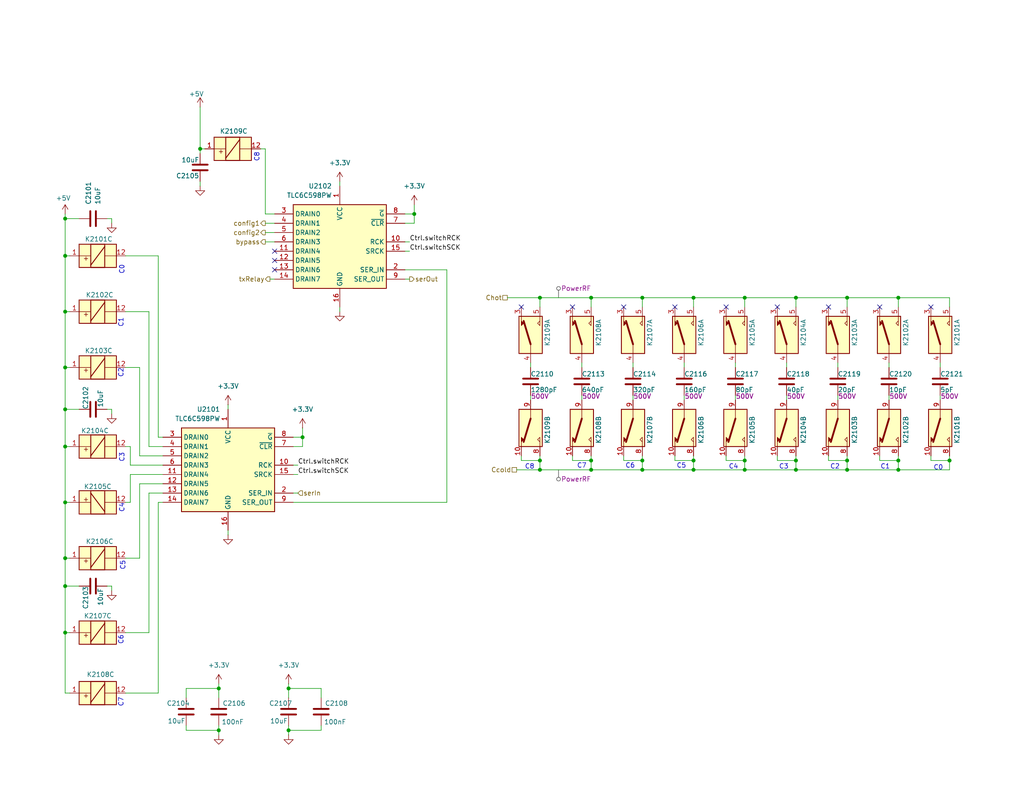
<source format=kicad_sch>
(kicad_sch (version 20250114) (generator "eeschema") (generator_version "9.0")
  (paper "USLetter")
  (title_block (company "WB7NAB") (comment 1 "Alan Mimms"))
  (lib_symbols
    (symbol "Device:C" (pin_numbers (hide yes)) (pin_names (offset 0.254))
      (property "Reference" "C" (at 0.635 2.54 0))
      (property "Value" "C" (at 0.635 -2.54 0))
      (symbol "C_0_1"
        (polyline (pts (xy -2.032 0.762) (xy 2.032 0.762)) (stroke (width 0.508)))
        (polyline (pts (xy -2.032 -0.762) (xy 2.032 -0.762)) (stroke (width 0.508)))
      )
      (symbol "C_1_1"
        (pin passive line (at 0 3.81 270) (length 2.794) (name "~") (number "1"))
        (pin passive line (at 0 -3.81 90) (length 2.794) (name "~") (number "2"))
      )
    )
    (symbol "Library:G6S-2-functional"
      (property "Reference" "K" (at 6.35 2.54 0))
      (property "Value" "G6S-2G" (at 6.35 0 0))
      (symbol "G6S-2-functional_0_1"
        (rectangle (start -3.175 5.08) (end 3.175 -5.08) (stroke (width 0.254)) (fill (type background)))
      )
      (symbol "G6S-2-functional_1_1"
        (polyline (pts (xy -2.54 5.08) (xy -2.54 2.54) (xy -1.905 3.175) (xy -2.54 3.81)) (fill (type outline)))
        (polyline (pts (xy 0 -2.54) (xy -1.905 3.81)) (stroke (width 0.508)))
        (polyline (pts (xy 0 -2.54) (xy 0 -5.08)))
        (polyline (pts (xy 2.54 5.08) (xy 2.54 2.54) (xy 1.905 3.175) (xy 2.54 3.81)))
        (pin passive line (at -2.54 7.62 270) (length 2.54) (name "~") (number "3"))
        (pin passive line (at 0 -7.62 90) (length 2.54) (name "~") (number "4"))
        (pin passive line (at 2.54 7.62 270) (length 2.54) (name "~") (number "5"))
      )
      (symbol "G6S-2-functional_2_1"
        (polyline (pts (xy -2.54 5.08) (xy -2.54 2.54) (xy -1.905 3.175) (xy -2.54 3.81)) (fill (type outline)))
        (polyline (pts (xy 0 -2.54) (xy -1.905 3.81)) (stroke (width 0.508)))
        (polyline (pts (xy 0 -2.54) (xy 0 -5.08)))
        (polyline (pts (xy 2.54 5.08) (xy 2.54 2.54) (xy 1.905 3.175) (xy 2.54 3.81)))
        (pin passive line (at -2.54 7.62 270) (length 2.54) (name "~") (number "10"))
        (pin passive line (at 0 -7.62 90) (length 2.54) (name "~") (number "9"))
        (pin passive line (at 2.54 7.62 270) (length 2.54) (name "~") (number "8"))
      )
      (symbol "G6S-2-functional_3_1"
        (rectangle (start -3.175 1.905) (end 3.175 -1.905) (stroke (width 0.254)))
        (polyline (pts (xy -2.54 -1.905) (xy 2.54 1.905)) (stroke (width 0.254)))
        (polyline (pts (xy 0 5.08) (xy 0 1.905)))
        (polyline (pts (xy 0 -5.08) (xy 0 -1.905)))
        (text "+" (at 0.762 3.302 0) (effects (font (size 1.27 1.27))))
        (pin passive line (at 0 7.62 270) (length 2.54) (name "~") (number "1"))
        (pin passive line (at 0 -7.62 90) (length 2.54) (name "~") (number "12"))
      )
    )
    (symbol "Library:TLC6C598PW"
      (property "Reference" "U" (at 1.016 -11.43 0))
      (symbol "TLC6C598PW_1_1"
        (rectangle (start -12.7 12.7) (end 12.7 -10.16) (stroke (width 0.254)) (fill (type background)))
        (pin passive line (at -17.78 10.16 0) (length 5.08) (name "~{G}") (number "8"))
        (pin passive line (at -17.78 7.62 0) (length 5.08) (name "~{CLR}") (number "7"))
        (pin passive line (at -17.78 2.54 0) (length 5.08) (name "RCK") (number "10"))
        (pin passive line (at -17.78 0 0) (length 5.08) (name "SRCK") (number "15"))
        (pin passive line (at -17.78 -5.08 0) (length 5.08) (name "SER_IN") (number "2"))
        (pin passive line (at -17.78 -7.62 0) (length 5.08) (name "SER_OUT") (number "9"))
        (pin passive line (at 0 17.78 270) (length 5.08) (name "VCC") (number "1"))
        (pin passive line (at 0 -15.24 90) (length 5.08) (name "GND") (number "16"))
        (pin passive line (at 17.78 10.16 180) (length 5.08) (name "DRAIN0") (number "3"))
        (pin passive line (at 17.78 7.62 180) (length 5.08) (name "DRAIN1") (number "4"))
        (pin passive line (at 17.78 5.08 180) (length 5.08) (name "DRAIN2") (number "5"))
        (pin passive line (at 17.78 2.54 180) (length 5.08) (name "DRAIN3") (number "6"))
        (pin passive line (at 17.78 0 180) (length 5.08) (name "DRAIN4") (number "11"))
        (pin passive line (at 17.78 -2.54 180) (length 5.08) (name "DRAIN5") (number "12"))
        (pin passive line (at 17.78 -5.08 180) (length 5.08) (name "DRAIN6") (number "13"))
        (pin passive line (at 17.78 -7.62 180) (length 5.08) (name "DRAIN7") (number "14"))
      )
    )
    (symbol "power:+5V" (power) (pin_numbers (hide yes)) (pin_names (offset 0) (hide yes))
      (property "Value" "+5V" (at 0 3.556 0))
      (symbol "+5V_0_1"
        (polyline (pts (xy -0.762 1.27) (xy 0 2.54)))
        (polyline (pts (xy 0 2.54) (xy 0.762 1.27)))
        (polyline (pts (xy 0 0) (xy 0 2.54)))
      )
      (symbol "+5V_1_1"
        (pin power_in line (at 0 0 90) (length 0) (name "~") (number "1"))
      )
    )
    (symbol "power:GND" (power) (pin_numbers (hide yes)) (pin_names (offset 0) (hide yes))
      (property "Value" "GND" (at 0 -3.81 0))
      (symbol "GND_0_1"
        (polyline (pts (xy 0 0) (xy 0 -1.27) (xy 1.27 -1.27) (xy 0 -2.54) (xy -1.27 -1.27) (xy 0 -1.27)))
      )
      (symbol "GND_1_1"
        (pin power_in line (at 0 0 270) (length 0) (name "~") (number "1"))
      )
    )
  )
  (text "C6" (at 171.958 127.254 0) (effects (font (size 1.27 1.27))))
  (text "C6" (at 33.02 174.752 90) (effects (font (size 1.27 1.27))))
  (text "C5" (at 33.528 154.432 90) (effects (font (size 1.27 1.27))))
  (text "C8" (at 70.104 42.926 90) (effects (font (size 1.27 1.27))))
  (text "C8" (at 144.526 127.508 0) (effects (font (size 1.27 1.27))))
  (text "C2" (at 227.838 127.508 0) (effects (font (size 1.27 1.27))))
  (text "C0" (at 33.274 73.66 90) (effects (font (size 1.27 1.27))))
  (text "C1" (at 33.02 88.138 90) (effects (font (size 1.27 1.27))))
  (text "C2" (at 33.02 101.854 90) (effects (font (size 1.27 1.27))))
  (text "C7" (at 158.75 127.254 0) (effects (font (size 1.27 1.27))))
  (text "C3" (at 213.868 127.508 0) (effects (font (size 1.27 1.27))))
  (text "C5" (at 185.928 127.254 0) (effects (font (size 1.27 1.27))))
  (text "C7" (at 33.02 191.77 90) (effects (font (size 1.27 1.27))))
  (text "C3" (at 33.274 124.968 90) (effects (font (size 1.27 1.27))))
  (text "C4" (at 200.152 127.508 0) (effects (font (size 1.27 1.27))))
  (text "C0" (at 256.032 127.762 0) (effects (font (size 1.27 1.27))))
  (text "C1" (at 241.554 127.508 0) (effects (font (size 1.27 1.27))))
  (text "C4" (at 33.274 138.684 90) (effects (font (size 1.27 1.27))))
  (junction (at 231.14 125.73))
  (junction (at 147.32 128.27))
  (junction (at 54.61 40.64))
  (junction (at 59.69 199.39))
  (junction (at 189.23 128.27))
  (junction (at 17.78 85.09))
  (junction (at 189.23 81.28))
  (junction (at 78.74 187.96))
  (junction (at 17.78 59.69))
  (junction (at 147.32 125.73))
  (junction (at 78.74 199.39))
  (junction (at 231.14 128.27))
  (junction (at 217.17 125.73))
  (junction (at 147.32 81.28))
  (junction (at 17.78 172.72))
  (junction (at 161.29 128.27))
  (junction (at 161.29 81.28))
  (junction (at 17.78 100.33))
  (junction (at 217.17 128.27))
  (junction (at 82.55 119.38))
  (junction (at 231.14 81.28))
  (junction (at 203.2 125.73))
  (junction (at 259.08 125.73))
  (junction (at 203.2 128.27))
  (junction (at 203.2 81.28))
  (junction (at 175.26 81.28))
  (junction (at 245.11 128.27))
  (junction (at 17.78 69.85))
  (junction (at 17.78 160.02))
  (junction (at 17.78 137.16))
  (junction (at 17.78 121.92))
  (junction (at 245.11 125.73))
  (junction (at 175.26 125.73))
  (junction (at 245.11 81.28))
  (junction (at 17.78 152.4))
  (junction (at 189.23 125.73))
  (junction (at 217.17 81.28))
  (junction (at 161.29 125.73))
  (junction (at 175.26 128.27))
  (junction (at 59.69 187.96))
  (junction (at 113.03 58.42))
  (junction (at 17.78 111.76))
  (no_connect (at 74.93 71.12))
  (no_connect (at 170.18 83.82))
  (no_connect (at 74.93 73.66))
  (no_connect (at 212.09 83.82))
  (no_connect (at 254 83.82))
  (no_connect (at 142.24 83.82))
  (no_connect (at 240.03 83.82))
  (no_connect (at 74.93 68.58))
  (no_connect (at 156.21 83.82))
  (no_connect (at 226.06 83.82))
  (no_connect (at 184.15 83.82))
  (no_connect (at 198.12 83.82))
  (wire (pts (xy 203.2 81.28) (xy 217.17 81.28)))
  (wire (pts (xy 113.03 58.42) (xy 113.03 60.96)))
  (wire (pts (xy 74.93 60.96) (xy 72.39 60.96)))
  (wire (pts (xy 226.06 124.46) (xy 226.06 125.73)))
  (wire (pts (xy 142.24 125.73) (xy 147.32 125.73)))
  (wire (pts (xy 186.69 107.95) (xy 186.69 109.22)))
  (wire (pts (xy 17.78 58.42) (xy 17.78 59.69)))
  (wire (pts (xy 72.39 58.42) (xy 74.93 58.42)))
  (wire (pts (xy 78.74 187.96) (xy 78.74 190.5)))
  (wire (pts (xy 38.1 124.46) (xy 44.45 124.46)))
  (wire (pts (xy 161.29 81.28) (xy 175.26 81.28)))
  (wire (pts (xy 38.1 100.33) (xy 34.29 100.33)))
  (wire (pts (xy 231.14 124.46) (xy 231.14 125.73)))
  (wire (pts (xy 242.57 99.06) (xy 242.57 100.33)))
  (wire (pts (xy 110.49 76.2) (xy 111.76 76.2)))
  (wire (pts (xy 17.78 152.4) (xy 17.78 160.02)))
  (wire (pts (xy 21.59 59.69) (xy 17.78 59.69)))
  (wire (pts (xy 82.55 116.84) (xy 82.55 119.38)))
  (wire (pts (xy 38.1 100.33) (xy 38.1 124.46)))
  (wire (pts (xy 189.23 81.28) (xy 203.2 81.28)))
  (wire (pts (xy 17.78 160.02) (xy 17.78 172.72)))
  (wire (pts (xy 240.03 124.46) (xy 240.03 125.73)))
  (wire (pts (xy 259.08 124.46) (xy 259.08 125.73)))
  (wire (pts (xy 17.78 152.4) (xy 17.78 137.16)))
  (wire (pts (xy 72.39 66.04) (xy 74.93 66.04)))
  (wire (pts (xy 17.78 121.92) (xy 19.05 121.92)))
  (wire (pts (xy 30.48 59.69) (xy 30.48 60.96)))
  (wire (pts (xy 203.2 128.27) (xy 217.17 128.27)))
  (wire (pts (xy 113.03 55.88) (xy 113.03 58.42)))
  (wire (pts (xy 256.54 99.06) (xy 256.54 100.33)))
  (wire (pts (xy 43.18 189.23) (xy 43.18 137.16)))
  (wire (pts (xy 113.03 58.42) (xy 110.49 58.42)))
  (wire (pts (xy 242.57 107.95) (xy 242.57 109.22)))
  (wire (pts (xy 62.23 110.49) (xy 62.23 111.76)))
  (wire (pts (xy 161.29 81.28) (xy 161.29 83.82)))
  (wire (pts (xy 217.17 128.27) (xy 231.14 128.27)))
  (wire (pts (xy 161.29 124.46) (xy 161.29 125.73)))
  (wire (pts (xy 50.8 187.96) (xy 59.69 187.96)))
  (wire (pts (xy 35.56 121.92) (xy 34.29 121.92)))
  (wire (pts (xy 200.66 99.06) (xy 200.66 100.33)))
  (wire (pts (xy 172.72 99.06) (xy 172.72 100.33)))
  (wire (pts (xy 92.71 49.53) (xy 92.71 50.8)))
  (wire (pts (xy 212.09 124.46) (xy 212.09 125.73)))
  (wire (pts (xy 172.72 107.95) (xy 172.72 109.22)))
  (wire (pts (xy 35.56 137.16) (xy 35.56 129.54)))
  (wire (pts (xy 29.21 160.02) (xy 30.48 160.02)))
  (wire (pts (xy 72.39 63.5) (xy 74.93 63.5)))
  (wire (pts (xy 217.17 124.46) (xy 217.17 125.73)))
  (wire (pts (xy 217.17 81.28) (xy 217.17 83.82)))
  (wire (pts (xy 189.23 81.28) (xy 189.23 83.82)))
  (wire (pts (xy 161.29 125.73) (xy 161.29 128.27)))
  (wire (pts (xy 186.69 99.06) (xy 186.69 100.33)))
  (wire (pts (xy 254 125.73) (xy 259.08 125.73)))
  (wire (pts (xy 17.78 121.92) (xy 17.78 111.76)))
  (wire (pts (xy 40.64 85.09) (xy 34.29 85.09)))
  (wire (pts (xy 147.32 81.28) (xy 161.29 81.28)))
  (wire (pts (xy 59.69 187.96) (xy 59.69 190.5)))
  (wire (pts (xy 214.63 99.06) (xy 214.63 100.33)))
  (wire (pts (xy 175.26 81.28) (xy 189.23 81.28)))
  (wire (pts (xy 231.14 125.73) (xy 231.14 128.27)))
  (wire (pts (xy 19.05 152.4) (xy 17.78 152.4)))
  (wire (pts (xy 259.08 81.28) (xy 259.08 83.82)))
  (wire (pts (xy 50.8 198.12) (xy 50.8 199.39)))
  (wire (pts (xy 17.78 59.69) (xy 17.78 69.85)))
  (wire (pts (xy 158.75 99.06) (xy 158.75 100.33)))
  (wire (pts (xy 35.56 121.92) (xy 35.56 127)))
  (wire (pts (xy 82.55 119.38) (xy 82.55 121.92)))
  (wire (pts (xy 35.56 129.54) (xy 44.45 129.54)))
  (wire (pts (xy 54.61 49.53) (xy 54.61 50.8)))
  (wire (pts (xy 189.23 128.27) (xy 203.2 128.27)))
  (wire (pts (xy 17.78 111.76) (xy 21.59 111.76)))
  (wire (pts (xy 245.11 124.46) (xy 245.11 125.73)))
  (wire (pts (xy 142.24 124.46) (xy 142.24 125.73)))
  (wire (pts (xy 81.28 129.54) (xy 80.01 129.54)))
  (wire (pts (xy 110.49 73.66) (xy 121.92 73.66)))
  (wire (pts (xy 62.23 144.78) (xy 62.23 146.05)))
  (wire (pts (xy 19.05 189.23) (xy 17.78 189.23)))
  (wire (pts (xy 78.74 187.96) (xy 87.63 187.96)))
  (wire (pts (xy 259.08 125.73) (xy 259.08 128.27)))
  (wire (pts (xy 111.76 66.04) (xy 110.49 66.04)))
  (wire (pts (xy 17.78 111.76) (xy 17.78 100.33)))
  (wire (pts (xy 17.78 172.72) (xy 19.05 172.72)))
  (wire (pts (xy 245.11 125.73) (xy 245.11 128.27)))
  (wire (pts (xy 78.74 186.69) (xy 78.74 187.96)))
  (wire (pts (xy 35.56 127) (xy 44.45 127)))
  (wire (pts (xy 72.39 40.64) (xy 72.39 58.42)))
  (wire (pts (xy 198.12 124.46) (xy 198.12 125.73)))
  (wire (pts (xy 80.01 134.62) (xy 81.28 134.62)))
  (wire (pts (xy 144.78 107.95) (xy 144.78 109.22)))
  (wire (pts (xy 226.06 125.73) (xy 231.14 125.73)))
  (wire (pts (xy 92.71 83.82) (xy 92.71 85.09)))
  (wire (pts (xy 231.14 81.28) (xy 245.11 81.28)))
  (wire (pts (xy 78.74 199.39) (xy 78.74 200.66)))
  (wire (pts (xy 38.1 132.08) (xy 44.45 132.08)))
  (wire (pts (xy 161.29 128.27) (xy 175.26 128.27)))
  (wire (pts (xy 200.66 107.95) (xy 200.66 109.22)))
  (wire (pts (xy 40.64 85.09) (xy 40.64 121.92)))
  (wire (pts (xy 170.18 124.46) (xy 170.18 125.73)))
  (wire (pts (xy 80.01 137.16) (xy 121.92 137.16)))
  (wire (pts (xy 50.8 199.39) (xy 59.69 199.39)))
  (wire (pts (xy 113.03 60.96) (xy 110.49 60.96)))
  (wire (pts (xy 17.78 100.33) (xy 17.78 85.09)))
  (wire (pts (xy 228.6 99.06) (xy 228.6 100.33)))
  (wire (pts (xy 203.2 124.46) (xy 203.2 125.73)))
  (wire (pts (xy 198.12 125.73) (xy 203.2 125.73)))
  (wire (pts (xy 54.61 29.21) (xy 54.61 40.64)))
  (wire (pts (xy 82.55 119.38) (xy 80.01 119.38)))
  (wire (pts (xy 17.78 137.16) (xy 19.05 137.16)))
  (wire (pts (xy 87.63 187.96) (xy 87.63 190.5)))
  (wire (pts (xy 203.2 125.73) (xy 203.2 128.27)))
  (wire (pts (xy 38.1 152.4) (xy 34.29 152.4)))
  (wire (pts (xy 81.28 127) (xy 80.01 127)))
  (wire (pts (xy 29.21 59.69) (xy 30.48 59.69)))
  (wire (pts (xy 59.69 198.12) (xy 59.69 199.39)))
  (wire (pts (xy 231.14 128.27) (xy 245.11 128.27)))
  (wire (pts (xy 240.03 125.73) (xy 245.11 125.73)))
  (wire (pts (xy 228.6 107.95) (xy 228.6 109.22)))
  (wire (pts (xy 38.1 152.4) (xy 38.1 132.08)))
  (wire (pts (xy 40.64 134.62) (xy 40.64 172.72)))
  (wire (pts (xy 40.64 172.72) (xy 34.29 172.72)))
  (wire (pts (xy 217.17 125.73) (xy 217.17 128.27)))
  (wire (pts (xy 189.23 125.73) (xy 189.23 128.27)))
  (wire (pts (xy 43.18 137.16) (xy 44.45 137.16)))
  (wire (pts (xy 17.78 121.92) (xy 17.78 137.16)))
  (wire (pts (xy 43.18 69.85) (xy 34.29 69.85)))
  (wire (pts (xy 30.48 160.02) (xy 30.48 161.29)))
  (wire (pts (xy 156.21 125.73) (xy 161.29 125.73)))
  (wire (pts (xy 72.39 40.64) (xy 71.12 40.64)))
  (wire (pts (xy 40.64 121.92) (xy 44.45 121.92)))
  (wire (pts (xy 214.63 107.95) (xy 214.63 109.22)))
  (wire (pts (xy 50.8 187.96) (xy 50.8 190.5)))
  (wire (pts (xy 54.61 40.64) (xy 54.61 41.91)))
  (wire (pts (xy 175.26 124.46) (xy 175.26 125.73)))
  (wire (pts (xy 203.2 81.28) (xy 203.2 83.82)))
  (wire (pts (xy 147.32 128.27) (xy 161.29 128.27)))
  (wire (pts (xy 17.78 85.09) (xy 19.05 85.09)))
  (wire (pts (xy 184.15 125.73) (xy 189.23 125.73)))
  (wire (pts (xy 59.69 199.39) (xy 59.69 200.66)))
  (wire (pts (xy 82.55 121.92) (xy 80.01 121.92)))
  (wire (pts (xy 17.78 85.09) (xy 17.78 69.85)))
  (wire (pts (xy 140.97 128.27) (xy 147.32 128.27)))
  (wire (pts (xy 184.15 124.46) (xy 184.15 125.73)))
  (wire (pts (xy 147.32 125.73) (xy 147.32 128.27)))
  (wire (pts (xy 245.11 128.27) (xy 259.08 128.27)))
  (wire (pts (xy 87.63 198.12) (xy 87.63 199.39)))
  (wire (pts (xy 17.78 160.02) (xy 21.59 160.02)))
  (wire (pts (xy 156.21 124.46) (xy 156.21 125.73)))
  (wire (pts (xy 17.78 172.72) (xy 17.78 189.23)))
  (wire (pts (xy 43.18 189.23) (xy 34.29 189.23)))
  (wire (pts (xy 175.26 128.27) (xy 189.23 128.27)))
  (wire (pts (xy 29.21 111.76) (xy 30.48 111.76)))
  (wire (pts (xy 189.23 124.46) (xy 189.23 125.73)))
  (wire (pts (xy 245.11 81.28) (xy 245.11 83.82)))
  (wire (pts (xy 147.32 81.28) (xy 147.32 83.82)))
  (wire (pts (xy 35.56 137.16) (xy 34.29 137.16)))
  (wire (pts (xy 43.18 119.38) (xy 44.45 119.38)))
  (wire (pts (xy 30.48 111.76) (xy 30.48 113.03)))
  (wire (pts (xy 231.14 81.28) (xy 231.14 83.82)))
  (wire (pts (xy 175.26 125.73) (xy 175.26 128.27)))
  (wire (pts (xy 144.78 99.06) (xy 144.78 100.33)))
  (wire (pts (xy 78.74 198.12) (xy 78.74 199.39)))
  (wire (pts (xy 43.18 69.85) (xy 43.18 119.38)))
  (wire (pts (xy 147.32 124.46) (xy 147.32 125.73)))
  (wire (pts (xy 111.76 68.58) (xy 110.49 68.58)))
  (wire (pts (xy 78.74 199.39) (xy 87.63 199.39)))
  (wire (pts (xy 212.09 125.73) (xy 217.17 125.73)))
  (wire (pts (xy 175.26 81.28) (xy 175.26 83.82)))
  (wire (pts (xy 138.43 81.28) (xy 147.32 81.28)))
  (wire (pts (xy 254 124.46) (xy 254 125.73)))
  (wire (pts (xy 158.75 107.95) (xy 158.75 109.22)))
  (wire (pts (xy 73.66 76.2) (xy 74.93 76.2)))
  (wire (pts (xy 54.61 40.64) (xy 55.88 40.64)))
  (wire (pts (xy 256.54 107.95) (xy 256.54 109.22)))
  (wire (pts (xy 44.45 134.62) (xy 40.64 134.62)))
  (wire (pts (xy 121.92 137.16) (xy 121.92 73.66)))
  (wire (pts (xy 17.78 69.85) (xy 19.05 69.85)))
  (wire (pts (xy 245.11 81.28) (xy 259.08 81.28)))
  (wire (pts (xy 217.17 81.28) (xy 231.14 81.28)))
  (wire (pts (xy 59.69 186.69) (xy 59.69 187.96)))
  (wire (pts (xy 170.18 125.73) (xy 175.26 125.73)))
  (wire (pts (xy 17.78 100.33) (xy 19.05 100.33)))
  (label "Ctrl.switchSCK" (at 111.76 68.58 0))
  (label "Ctrl.switchSCK" (at 81.28 129.54 0))
  (label "Ctrl.switchRCK" (at 111.76 66.04 0))
  (label "Ctrl.switchRCK" (at 81.28 127 0))
  (hierarchical_label "bypass" (shape output) (at 72.39 66.04 180))
  (hierarchical_label "Ccold" (shape passive) (at 140.97 128.27 180))
  (hierarchical_label "txRelay" (shape output) (at 73.66 76.2 180))
  (hierarchical_label "serOut" (shape output) (at 111.76 76.2 0))
  (hierarchical_label "serIn" (shape input) (at 81.28 134.62 0))
  (hierarchical_label "Chot" (shape passive) (at 138.43 81.28 180))
  (hierarchical_label "config2" (shape output) (at 72.39 63.5 180))
  (hierarchical_label "config1" (shape output) (at 72.39 60.96 180))
  (netclass_flag "" (length 2.54) (shape round) (at 152.4 128.27 180) (property "Netclass" "PowerRF" (at 153.0985 130.81 0) (effects (justify left))))
  (netclass_flag "" (length 2.54) (shape round) (at 152.4 81.28 0) (property "Netclass" "PowerRF" (at 153.0985 78.74 0) (effects (justify left))))
  (symbol (lib_id "power:GND") (at 30.48 60.96 0) (mirror y) (unit 1)
    (property "Reference" "#PWR02102" (effects (hide yes)))
    (property "Value" "GND" (effects (hide yes)))
    (property "Description" "Power symbol creates a global label with name \"GND\" , ground" (effects (hide yes)))
  )
  (symbol (lib_id "Device:C") (at 144.78 104.14 0) (unit 1)
    (property "Reference" "C2110" (at 144.78 102.108 0) (effects (justify left)))
    (property "Value" "1280pF" (at 144.78 106.426 0) (effects (justify left)))
    (property "Footprint" "Capacitor_SMD:C_1206_3216Metric" (effects (hide yes)))
    (property "Description" "Unpolarized capacitor" (effects (hide yes)))
    (property "working-voltage" "500V" (at 147.32 108.204 0))
  )
  (symbol (lib_id "Device:C") (at 25.4 111.76 90) (mirror x) (unit 1)
    (property "Reference" "C2102" (at 23.368 111.76 0) (effects (justify right)))
    (property "Value" "10uF" (at 27.432 111.252 0) (effects (justify right)))
    (property "Footprint" "Capacitor_SMD:C_0805_2012Metric" (effects (hide yes)))
    (property "Description" "Unpolarized capacitor" (effects (hide yes)))
  )
  (symbol (lib_id "power:GND") (at 78.74 200.66 0) (unit 1)
    (property "Reference" "#PWR02114" (effects (hide yes)))
    (property "Value" "GND" (effects (hide yes)))
    (property "Description" "Power symbol creates a global label with name \"GND\" , ground" (effects (hide yes)))
  )
  (symbol (lib_id "power:GND") (at 59.69 200.66 0) (unit 1)
    (property "Reference" "#PWR02110" (effects (hide yes)))
    (property "Value" "GND" (effects (hide yes)))
    (property "Description" "Power symbol creates a global label with name \"GND\" , ground" (effects (hide yes)))
  )
  (symbol (lib_id "Device:C") (at 228.6 104.14 0) (unit 1)
    (property "Reference" "C2119" (at 228.6 102.108 0) (effects (justify left)))
    (property "Value" "20pF" (at 228.6 106.426 0) (effects (justify left)))
    (property "Footprint" "Capacitor_SMD:C_1206_3216Metric" (effects (hide yes)))
    (property "Description" "Unpolarized capacitor" (effects (hide yes)))
    (property "working-voltage" "500V" (at 231.14 108.204 0))
  )
  (symbol (lib_id "Device:C") (at 87.63 194.31 180) (unit 1)
    (property "Reference" "C2108" (at 88.646 192.024 0) (effects (justify right)))
    (property "Value" "100nF" (at 88.392 197.104 0) (effects (justify right)))
    (property "Footprint" "Capacitor_SMD:C_0805_2012Metric" (effects (hide yes)))
    (property "Description" "Unpolarized capacitor" (effects (hide yes)))
  )
  (symbol (lib_id "Device:C") (at 186.69 104.14 0) (unit 1)
    (property "Reference" "C2116" (at 186.69 102.108 0) (effects (justify left)))
    (property "Value" "160pF" (at 186.69 106.426 0) (effects (justify left)))
    (property "Footprint" "Capacitor_SMD:C_1206_3216Metric" (effects (hide yes)))
    (property "Description" "Unpolarized capacitor" (effects (hide yes)))
    (property "working-voltage" "500V" (at 189.23 108.204 0))
  )
  (symbol (lib_id "Device:C") (at 172.72 104.14 0) (unit 1)
    (property "Reference" "C2114" (at 172.72 102.108 0) (effects (justify left)))
    (property "Value" "320pF" (at 172.72 106.426 0) (effects (justify left)))
    (property "Footprint" "Capacitor_SMD:C_1206_3216Metric" (effects (hide yes)))
    (property "Description" "Unpolarized capacitor" (effects (hide yes)))
    (property "working-voltage" "500V" (at 175.26 108.204 0))
  )
  (symbol (lib_id "Library:G6S-2-functional") (at 26.67 85.09 90) (mirror x) (unit 3)
    (property "Reference" "K2102" (at 30.988 80.518 90) (effects (justify left)))
    (property "Value" "G6S-2G" (effects (hide yes)))
    (property "Footprint" "Relay_SMD:Relay_DPDT_Omron_G6S-2G" (effects (hide yes)))
    (property "Datasheet" "http://omronfs.omron.com/en_US/ecb/products/pdf/en-g6s.pdf" (effects (hide yes)))
    (property "Description" "Compact, Industry-Standard 2-pole relay, designed to switch 2A Signal Loads, Single-side Stable" (effects (hide yes)))
  )
  (symbol (lib_id "Device:C") (at 59.69 194.31 180) (unit 1)
    (property "Reference" "C2106" (at 60.706 192.024 0) (effects (justify right)))
    (property "Value" "100nF" (at 60.452 197.104 0) (effects (justify right)))
    (property "Footprint" "Capacitor_SMD:C_0805_2012Metric" (effects (hide yes)))
    (property "Description" "Unpolarized capacitor" (effects (hide yes)))
  )
  (symbol (lib_id "Device:C") (at 256.54 104.14 0) (unit 1)
    (property "Reference" "C2121" (at 256.54 102.108 0) (effects (justify left)))
    (property "Value" "5pF" (at 256.54 106.426 0) (effects (justify left)))
    (property "Footprint" "Capacitor_SMD:C_1206_3216Metric" (effects (hide yes)))
    (property "Description" "Unpolarized capacitor" (effects (hide yes)))
    (property "working-voltage" "500V" (at 259.08 108.204 0))
  )
  (symbol (lib_id "power:+5V") (at 92.71 49.53 0) (mirror y) (unit 1)
    (property "Reference" "#PWR02119" (effects (hide yes)))
    (property "Value" "+3.3V" (at 92.71 44.45 0))
    (property "Description" "Power symbol creates a global label with name \"+3.3V\"" (effects (hide yes)))
  )
  (symbol (lib_id "Library:G6S-2-functional") (at 172.72 91.44 0) (unit 1)
    (property "Reference" "K2107" (at 177.292 87.122 90) (effects (justify right)))
    (property "Value" "G6S-2G" (effects (hide yes)))
    (property "Footprint" "Relay_SMD:Relay_DPDT_Omron_G6S-2G" (effects (hide yes)))
    (property "Datasheet" "http://omronfs.omron.com/en_US/ecb/products/pdf/en-g6s.pdf" (effects (hide yes)))
    (property "Description" "Compact, Industry-Standard 2-pole relay, designed to switch 2A Signal Loads, Single-side Stable" (effects (hide yes)))
  )
  (symbol (lib_id "power:GND") (at 54.61 50.8 0) (mirror y) (unit 1)
    (property "Reference" "#PWR02107" (effects (hide yes)))
    (property "Value" "GND" (effects (hide yes)))
    (property "Description" "Power symbol creates a global label with name \"GND\" , ground" (effects (hide yes)))
  )
  (symbol (lib_id "Device:C") (at 200.66 104.14 0) (unit 1)
    (property "Reference" "C2117" (at 200.66 102.108 0) (effects (justify left)))
    (property "Value" "80pF" (at 200.66 106.426 0) (effects (justify left)))
    (property "Footprint" "Capacitor_SMD:C_1206_3216Metric" (effects (hide yes)))
    (property "Description" "Unpolarized capacitor" (effects (hide yes)))
    (property "working-voltage" "500V" (at 203.2 108.204 0))
  )
  (symbol (lib_id "Library:G6S-2-functional") (at 144.78 116.84 0) (mirror x) (unit 2)
    (property "Reference" "K2109" (at 149.352 121.158 90) (effects (justify right)))
    (property "Value" "G6S-2G" (effects (hide yes)))
    (property "Footprint" "Relay_SMD:Relay_DPDT_Omron_G6S-2G" (effects (hide yes)))
    (property "Datasheet" "http://omronfs.omron.com/en_US/ecb/products/pdf/en-g6s.pdf" (effects (hide yes)))
    (property "Description" "Compact, Industry-Standard 2-pole relay, designed to switch 2A Signal Loads, Single-side Stable" (effects (hide yes)))
  )
  (symbol (lib_id "Library:G6S-2-functional") (at 200.66 91.44 0) (unit 1)
    (property "Reference" "K2105" (at 205.232 87.122 90) (effects (justify right)))
    (property "Value" "G6S-2G" (effects (hide yes)))
    (property "Footprint" "Relay_SMD:Relay_DPDT_Omron_G6S-2G" (effects (hide yes)))
    (property "Datasheet" "http://omronfs.omron.com/en_US/ecb/products/pdf/en-g6s.pdf" (effects (hide yes)))
    (property "Description" "Compact, Industry-Standard 2-pole relay, designed to switch 2A Signal Loads, Single-side Stable" (effects (hide yes)))
  )
  (symbol (lib_id "power:+5V") (at 82.55 116.84 0) (mirror y) (unit 1)
    (property "Reference" "#PWR02116" (effects (hide yes)))
    (property "Value" "+3.3V" (at 82.55 111.76 0))
    (property "Description" "Power symbol creates a global label with name \"+3.3V\"" (effects (hide yes)))
  )
  (symbol (lib_id "Library:G6S-2-functional") (at 228.6 116.84 0) (mirror x) (unit 2)
    (property "Reference" "K2103" (at 233.172 121.158 90) (effects (justify right)))
    (property "Value" "G6S-2G" (effects (hide yes)))
    (property "Footprint" "Relay_SMD:Relay_DPDT_Omron_G6S-2G" (effects (hide yes)))
    (property "Datasheet" "http://omronfs.omron.com/en_US/ecb/products/pdf/en-g6s.pdf" (effects (hide yes)))
    (property "Description" "Compact, Industry-Standard 2-pole relay, designed to switch 2A Signal Loads, Single-side Stable" (effects (hide yes)))
  )
  (symbol (lib_id "Library:G6S-2-functional") (at 26.67 189.23 90) (mirror x) (unit 3)
    (property "Reference" "K2108" (at 31.242 184.15 90) (effects (justify left)))
    (property "Value" "G6S-2G" (effects (hide yes)))
    (property "Footprint" "Relay_SMD:Relay_DPDT_Omron_G6S-2G" (effects (hide yes)))
    (property "Datasheet" "http://omronfs.omron.com/en_US/ecb/products/pdf/en-g6s.pdf" (effects (hide yes)))
    (property "Description" "Compact, Industry-Standard 2-pole relay, designed to switch 2A Signal Loads, Single-side Stable" (effects (hide yes)))
  )
  (symbol (lib_id "power:GND") (at 92.71 85.09 0) (mirror y) (unit 1)
    (property "Reference" "#PWR02120" (effects (hide yes)))
    (property "Value" "GND" (effects (hide yes)))
    (property "Description" "Power symbol creates a global label with name \"GND\" , ground" (effects (hide yes)))
  )
  (symbol (lib_id "Library:G6S-2-functional") (at 26.67 69.85 90) (mirror x) (unit 3)
    (property "Reference" "K2101" (at 30.734 65.278 90) (effects (justify left)))
    (property "Value" "G6S-2G" (effects (hide yes)))
    (property "Footprint" "Relay_SMD:Relay_DPDT_Omron_G6S-2G" (effects (hide yes)))
    (property "Datasheet" "http://omronfs.omron.com/en_US/ecb/products/pdf/en-g6s.pdf" (effects (hide yes)))
    (property "Description" "Compact, Industry-Standard 2-pole relay, designed to switch 2A Signal Loads, Single-side Stable" (effects (hide yes)))
  )
  (symbol (lib_id "Library:G6S-2-functional") (at 228.6 91.44 0) (unit 1)
    (property "Reference" "K2103" (at 233.172 87.122 90) (effects (justify right)))
    (property "Value" "G6S-2G" (effects (hide yes)))
    (property "Footprint" "Relay_SMD:Relay_DPDT_Omron_G6S-2G" (effects (hide yes)))
    (property "Datasheet" "http://omronfs.omron.com/en_US/ecb/products/pdf/en-g6s.pdf" (effects (hide yes)))
    (property "Description" "Compact, Industry-Standard 2-pole relay, designed to switch 2A Signal Loads, Single-side Stable" (effects (hide yes)))
  )
  (symbol (lib_id "Device:C") (at 158.75 104.14 0) (unit 1)
    (property "Reference" "C2113" (at 158.75 102.108 0) (effects (justify left)))
    (property "Value" "640pF" (at 158.75 106.426 0) (effects (justify left)))
    (property "Footprint" "Capacitor_SMD:C_1206_3216Metric" (effects (hide yes)))
    (property "Description" "Unpolarized capacitor" (effects (hide yes)))
    (property "working-voltage" "500V" (at 161.29 108.204 0))
  )
  (symbol (lib_id "power:GND") (at 30.48 161.29 0) (unit 1)
    (property "Reference" "#PWR02105" (effects (hide yes)))
    (property "Value" "GND" (effects (hide yes)))
    (property "Description" "Power symbol creates a global label with name \"GND\" , ground" (effects (hide yes)))
  )
  (symbol (lib_id "Library:G6S-2-functional") (at 144.78 91.44 0) (unit 1)
    (property "Reference" "K2109" (at 149.352 87.122 90) (effects (justify right)))
    (property "Value" "G6S-2G" (effects (hide yes)))
    (property "Footprint" "Relay_SMD:Relay_DPDT_Omron_G6S-2G" (effects (hide yes)))
    (property "Datasheet" "http://omronfs.omron.com/en_US/ecb/products/pdf/en-g6s.pdf" (effects (hide yes)))
    (property "Description" "Compact, Industry-Standard 2-pole relay, designed to switch 2A Signal Loads, Single-side Stable" (effects (hide yes)))
  )
  (symbol (lib_id "Library:G6S-2-functional") (at 256.54 116.84 0) (mirror x) (unit 2)
    (property "Reference" "K2101" (at 261.112 121.158 90) (effects (justify right)))
    (property "Value" "G6S-2G" (effects (hide yes)))
    (property "Footprint" "Relay_SMD:Relay_DPDT_Omron_G6S-2G" (effects (hide yes)))
    (property "Datasheet" "http://omronfs.omron.com/en_US/ecb/products/pdf/en-g6s.pdf" (effects (hide yes)))
    (property "Description" "Compact, Industry-Standard 2-pole relay, designed to switch 2A Signal Loads, Single-side Stable" (effects (hide yes)))
  )
  (symbol (lib_id "Library:G6S-2-functional") (at 242.57 116.84 0) (mirror x) (unit 2)
    (property "Reference" "K2102" (at 247.142 121.158 90) (effects (justify right)))
    (property "Value" "G6S-2G" (effects (hide yes)))
    (property "Footprint" "Relay_SMD:Relay_DPDT_Omron_G6S-2G" (effects (hide yes)))
    (property "Datasheet" "http://omronfs.omron.com/en_US/ecb/products/pdf/en-g6s.pdf" (effects (hide yes)))
    (property "Description" "Compact, Industry-Standard 2-pole relay, designed to switch 2A Signal Loads, Single-side Stable" (effects (hide yes)))
  )
  (symbol (lib_id "Library:G6S-2-functional") (at 242.57 91.44 0) (unit 1)
    (property "Reference" "K2102" (at 247.142 87.122 90) (effects (justify right)))
    (property "Value" "G6S-2G" (effects (hide yes)))
    (property "Footprint" "Relay_SMD:Relay_DPDT_Omron_G6S-2G" (effects (hide yes)))
    (property "Datasheet" "http://omronfs.omron.com/en_US/ecb/products/pdf/en-g6s.pdf" (effects (hide yes)))
    (property "Description" "Compact, Industry-Standard 2-pole relay, designed to switch 2A Signal Loads, Single-side Stable" (effects (hide yes)))
  )
  (symbol (lib_id "Library:G6S-2-functional") (at 26.67 172.72 90) (mirror x) (unit 3)
    (property "Reference" "K2107" (at 30.48 168.148 90) (effects (justify left)))
    (property "Value" "G6S-2G" (effects (hide yes)))
    (property "Footprint" "Relay_SMD:Relay_DPDT_Omron_G6S-2G" (effects (hide yes)))
    (property "Datasheet" "http://omronfs.omron.com/en_US/ecb/products/pdf/en-g6s.pdf" (effects (hide yes)))
    (property "Description" "Compact, Industry-Standard 2-pole relay, designed to switch 2A Signal Loads, Single-side Stable" (effects (hide yes)))
  )
  (symbol (lib_id "power:+5V") (at 54.61 29.21 0) (mirror y) (unit 1)
    (property "Reference" "#PWR02106" (effects (hide yes)))
    (property "Value" "+5V" (at 55.626 25.654 0) (effects (justify left)))
    (property "Description" "Power symbol creates a global label with name \"+5V\"" (effects (hide yes)))
  )
  (symbol (lib_id "Library:TLC6C598PW") (at 92.71 68.58 0) (mirror y) (unit 1)
    (property "Reference" "U2102" (at 90.5667 50.8 0) (effects (justify left)))
    (property "Value" "TLC6C598PW" (at 90.5667 53.34 0) (effects (justify left)))
    (property "Footprint" "Package_SO:TSSOP-16_4.4x5mm_P0.65mm" (effects (hide yes)))
    (property "Datasheet" "https://www.ti.com/lit/gpn/tlc6c598" (effects (hide yes)))
    (property "Description" "8-bit Shift Register LED driver" (effects (hide yes)))
  )
  (symbol (lib_id "Library:G6S-2-functional") (at 214.63 91.44 0) (unit 1)
    (property "Reference" "K2104" (at 219.202 87.122 90) (effects (justify right)))
    (property "Value" "G6S-2G" (effects (hide yes)))
    (property "Footprint" "Relay_SMD:Relay_DPDT_Omron_G6S-2G" (effects (hide yes)))
    (property "Datasheet" "http://omronfs.omron.com/en_US/ecb/products/pdf/en-g6s.pdf" (effects (hide yes)))
    (property "Description" "Compact, Industry-Standard 2-pole relay, designed to switch 2A Signal Loads, Single-side Stable" (effects (hide yes)))
  )
  (symbol (lib_id "power:+5V") (at 62.23 110.49 0) (mirror y) (unit 1)
    (property "Reference" "#PWR02111" (effects (hide yes)))
    (property "Value" "+3.3V" (at 62.23 105.41 0))
    (property "Description" "Power symbol creates a global label with name \"+3.3V\"" (effects (hide yes)))
  )
  (symbol (lib_id "Library:G6S-2-functional") (at 214.63 116.84 0) (mirror x) (unit 2)
    (property "Reference" "K2104" (at 219.202 121.158 90) (effects (justify right)))
    (property "Value" "G6S-2G" (effects (hide yes)))
    (property "Footprint" "Relay_SMD:Relay_DPDT_Omron_G6S-2G" (effects (hide yes)))
    (property "Datasheet" "http://omronfs.omron.com/en_US/ecb/products/pdf/en-g6s.pdf" (effects (hide yes)))
    (property "Description" "Compact, Industry-Standard 2-pole relay, designed to switch 2A Signal Loads, Single-side Stable" (effects (hide yes)))
  )
  (symbol (lib_id "Device:C") (at 78.74 194.31 180) (unit 1)
    (property "Reference" "C2107" (at 73.406 192.024 0) (effects (justify right)))
    (property "Value" "10uF" (at 73.66 196.85 0) (effects (justify right)))
    (property "Footprint" "Capacitor_SMD:C_0805_2012Metric" (effects (hide yes)))
    (property "Description" "Unpolarized capacitor" (effects (hide yes)))
  )
  (symbol (lib_id "Device:C") (at 50.8 194.31 180) (unit 1)
    (property "Reference" "C2104" (at 45.466 192.024 0) (effects (justify right)))
    (property "Value" "10uF" (at 45.72 196.85 0) (effects (justify right)))
    (property "Footprint" "Capacitor_SMD:C_0805_2012Metric" (effects (hide yes)))
    (property "Description" "Unpolarized capacitor" (effects (hide yes)))
  )
  (symbol (lib_id "Library:TLC6C598PW") (at 62.23 129.54 0) (mirror y) (unit 1)
    (property "Reference" "U2101" (at 60.0867 111.76 0) (effects (justify left)))
    (property "Value" "TLC6C598PW" (at 60.0867 114.3 0) (effects (justify left)))
    (property "Footprint" "Package_SO:TSSOP-16_4.4x5mm_P0.65mm" (effects (hide yes)))
    (property "Datasheet" "https://www.ti.com/lit/gpn/tlc6c598" (effects (hide yes)))
    (property "Description" "8-bit Shift Register LED driver" (effects (hide yes)))
  )
  (symbol (lib_id "Library:G6S-2-functional") (at 26.67 152.4 90) (mirror x) (unit 3)
    (property "Reference" "K2106" (at 30.988 147.828 90) (effects (justify left)))
    (property "Value" "G6S-2G" (effects (hide yes)))
    (property "Footprint" "Relay_SMD:Relay_DPDT_Omron_G6S-2G" (effects (hide yes)))
    (property "Datasheet" "http://omronfs.omron.com/en_US/ecb/products/pdf/en-g6s.pdf" (effects (hide yes)))
    (property "Description" "Compact, Industry-Standard 2-pole relay, designed to switch 2A Signal Loads, Single-side Stable" (effects (hide yes)))
  )
  (symbol (lib_id "Device:C") (at 54.61 45.72 0) (mirror x) (unit 1)
    (property "Reference" "C2105" (at 54.356 48.006 0) (effects (justify right)))
    (property "Value" "10uF" (at 54.356 43.688 0) (effects (justify right)))
    (property "Footprint" "Capacitor_SMD:C_0805_2012Metric" (effects (hide yes)))
    (property "Description" "Unpolarized capacitor" (effects (hide yes)))
  )
  (symbol (lib_id "Device:C") (at 25.4 160.02 90) (unit 1)
    (property "Reference" "C2103" (at 23.368 160.02 0) (effects (justify right)))
    (property "Value" "10uF" (at 27.432 160.528 0) (effects (justify right)))
    (property "Footprint" "Capacitor_SMD:C_0805_2012Metric" (effects (hide yes)))
    (property "Description" "Unpolarized capacitor" (effects (hide yes)))
  )
  (symbol (lib_id "power:GND") (at 30.48 113.03 0) (mirror y) (unit 1)
    (property "Reference" "#PWR02103" (effects (hide yes)))
    (property "Value" "GND" (effects (hide yes)))
    (property "Description" "Power symbol creates a global label with name \"GND\" , ground" (effects (hide yes)))
  )
  (symbol (lib_id "power:+5V") (at 17.78 58.42 0) (mirror y) (unit 1)
    (property "Reference" "#PWR02101" (effects (hide yes)))
    (property "Value" "+5V" (at 19.304 54.102 0) (effects (justify left)))
    (property "Description" "Power symbol creates a global label with name \"+5V\"" (effects (hide yes)))
  )
  (symbol (lib_id "Library:G6S-2-functional") (at 200.66 116.84 0) (mirror x) (unit 2)
    (property "Reference" "K2105" (at 205.232 121.158 90) (effects (justify right)))
    (property "Value" "G6S-2G" (effects (hide yes)))
    (property "Footprint" "Relay_SMD:Relay_DPDT_Omron_G6S-2G" (effects (hide yes)))
    (property "Datasheet" "http://omronfs.omron.com/en_US/ecb/products/pdf/en-g6s.pdf" (effects (hide yes)))
    (property "Description" "Compact, Industry-Standard 2-pole relay, designed to switch 2A Signal Loads, Single-side Stable" (effects (hide yes)))
  )
  (symbol (lib_id "Device:C") (at 242.57 104.14 0) (unit 1)
    (property "Reference" "C2120" (at 242.57 102.108 0) (effects (justify left)))
    (property "Value" "10pF" (at 242.57 106.426 0) (effects (justify left)))
    (property "Footprint" "Capacitor_SMD:C_1206_3216Metric" (effects (hide yes)))
    (property "Description" "Unpolarized capacitor" (effects (hide yes)))
    (property "working-voltage" "500V" (at 245.11 108.204 0))
  )
  (symbol (lib_id "power:GND") (at 62.23 146.05 0) (mirror y) (unit 1)
    (property "Reference" "#PWR02112" (effects (hide yes)))
    (property "Value" "GND" (effects (hide yes)))
    (property "Description" "Power symbol creates a global label with name \"GND\" , ground" (effects (hide yes)))
  )
  (symbol (lib_id "power:+5V") (at 113.03 55.88 0) (mirror y) (unit 1)
    (property "Reference" "#PWR02124" (effects (hide yes)))
    (property "Value" "+3.3V" (at 113.03 50.8 0))
    (property "Description" "Power symbol creates a global label with name \"+3.3V\"" (effects (hide yes)))
  )
  (symbol (lib_id "power:+5V") (at 78.74 186.69 0) (unit 1)
    (property "Reference" "#PWR02113" (effects (hide yes)))
    (property "Value" "+3.3V" (at 78.74 181.61 0))
    (property "Description" "Power symbol creates a global label with name \"+3.3V\"" (effects (hide yes)))
  )
  (symbol (lib_id "Library:G6S-2-functional") (at 158.75 116.84 0) (mirror x) (unit 2)
    (property "Reference" "K2108" (at 163.322 121.158 90) (effects (justify right)))
    (property "Value" "G6S-2G" (effects (hide yes)))
    (property "Footprint" "Relay_SMD:Relay_DPDT_Omron_G6S-2G" (effects (hide yes)))
    (property "Datasheet" "http://omronfs.omron.com/en_US/ecb/products/pdf/en-g6s.pdf" (effects (hide yes)))
    (property "Description" "Compact, Industry-Standard 2-pole relay, designed to switch 2A Signal Loads, Single-side Stable" (effects (hide yes)))
  )
  (symbol (lib_id "power:+5V") (at 59.69 186.69 0) (unit 1)
    (property "Reference" "#PWR02109" (effects (hide yes)))
    (property "Value" "+3.3V" (at 59.69 181.61 0))
    (property "Description" "Power symbol creates a global label with name \"+3.3V\"" (effects (hide yes)))
  )
  (symbol (lib_id "Device:C") (at 214.63 104.14 0) (unit 1)
    (property "Reference" "C2118" (at 214.63 102.108 0) (effects (justify left)))
    (property "Value" "40pF" (at 214.63 106.426 0) (effects (justify left)))
    (property "Footprint" "Capacitor_SMD:C_1206_3216Metric" (effects (hide yes)))
    (property "Description" "Unpolarized capacitor" (effects (hide yes)))
    (property "working-voltage" "500V" (at 217.17 108.204 0))
  )
  (symbol (lib_id "Device:C") (at 25.4 59.69 90) (mirror x) (unit 1)
    (property "Reference" "C2101" (at 24.1299 55.88 0) (effects (justify right)))
    (property "Value" "10uF" (at 26.6699 55.88 0) (effects (justify right)))
    (property "Footprint" "Capacitor_SMD:C_0805_2012Metric" (effects (hide yes)))
    (property "Description" "Unpolarized capacitor" (effects (hide yes)))
  )
  (symbol (lib_id "Library:G6S-2-functional") (at 186.69 91.44 0) (unit 1)
    (property "Reference" "K2106" (at 191.262 87.122 90) (effects (justify right)))
    (property "Value" "G6S-2G" (effects (hide yes)))
    (property "Footprint" "Relay_SMD:Relay_DPDT_Omron_G6S-2G" (effects (hide yes)))
    (property "Datasheet" "http://omronfs.omron.com/en_US/ecb/products/pdf/en-g6s.pdf" (effects (hide yes)))
    (property "Description" "Compact, Industry-Standard 2-pole relay, designed to switch 2A Signal Loads, Single-side Stable" (effects (hide yes)))
  )
  (symbol (lib_id "Library:G6S-2-functional") (at 172.72 116.84 0) (mirror x) (unit 2)
    (property "Reference" "K2107" (at 177.292 121.158 90) (effects (justify right)))
    (property "Value" "G6S-2G" (effects (hide yes)))
    (property "Footprint" "Relay_SMD:Relay_DPDT_Omron_G6S-2G" (effects (hide yes)))
    (property "Datasheet" "http://omronfs.omron.com/en_US/ecb/products/pdf/en-g6s.pdf" (effects (hide yes)))
    (property "Description" "Compact, Industry-Standard 2-pole relay, designed to switch 2A Signal Loads, Single-side Stable" (effects (hide yes)))
  )
  (symbol (lib_id "Library:G6S-2-functional") (at 26.67 121.92 90) (mirror x) (unit 3)
    (property "Reference" "K2104" (at 29.718 117.602 90) (effects (justify left)))
    (property "Value" "G6S-2G" (effects (hide yes)))
    (property "Footprint" "Relay_SMD:Relay_DPDT_Omron_G6S-2G" (effects (hide yes)))
    (property "Datasheet" "http://omronfs.omron.com/en_US/ecb/products/pdf/en-g6s.pdf" (effects (hide yes)))
    (property "Description" "Compact, Industry-Standard 2-pole relay, designed to switch 2A Signal Loads, Single-side Stable" (effects (hide yes)))
  )
  (symbol (lib_id "Library:G6S-2-functional") (at 63.5 40.64 90) (mirror x) (unit 3)
    (property "Reference" "K2109" (at 67.564 35.814 90) (effects (justify left)))
    (property "Value" "G6S-2G" (effects (hide yes)))
    (property "Footprint" "Relay_SMD:Relay_DPDT_Omron_G6S-2G" (effects (hide yes)))
    (property "Datasheet" "http://omronfs.omron.com/en_US/ecb/products/pdf/en-g6s.pdf" (effects (hide yes)))
    (property "Description" "Compact, Industry-Standard 2-pole relay, designed to switch 2A Signal Loads, Single-side Stable" (effects (hide yes)))
  )
  (symbol (lib_id "Library:G6S-2-functional") (at 158.75 91.44 0) (unit 1)
    (property "Reference" "K2108" (at 163.322 87.122 90) (effects (justify right)))
    (property "Value" "G6S-2G" (effects (hide yes)))
    (property "Footprint" "Relay_SMD:Relay_DPDT_Omron_G6S-2G" (effects (hide yes)))
    (property "Datasheet" "http://omronfs.omron.com/en_US/ecb/products/pdf/en-g6s.pdf" (effects (hide yes)))
    (property "Description" "Compact, Industry-Standard 2-pole relay, designed to switch 2A Signal Loads, Single-side Stable" (effects (hide yes)))
  )
  (symbol (lib_id "Library:G6S-2-functional") (at 256.54 91.44 0) (unit 1)
    (property "Reference" "K2101" (at 261.112 87.122 90) (effects (justify right)))
    (property "Value" "G6S-2G" (effects (hide yes)))
    (property "Footprint" "Relay_SMD:Relay_DPDT_Omron_G6S-2G" (effects (hide yes)))
    (property "Datasheet" "http://omronfs.omron.com/en_US/ecb/products/pdf/en-g6s.pdf" (effects (hide yes)))
    (property "Description" "Compact, Industry-Standard 2-pole relay, designed to switch 2A Signal Loads, Single-side Stable" (effects (hide yes)))
  )
  (symbol (lib_id "Library:G6S-2-functional") (at 26.67 100.33 90) (mirror x) (unit 3)
    (property "Reference" "K2103" (at 30.734 95.758 90) (effects (justify left)))
    (property "Value" "G6S-2G" (effects (hide yes)))
    (property "Footprint" "Relay_SMD:Relay_DPDT_Omron_G6S-2G" (effects (hide yes)))
    (property "Datasheet" "http://omronfs.omron.com/en_US/ecb/products/pdf/en-g6s.pdf" (effects (hide yes)))
    (property "Description" "Compact, Industry-Standard 2-pole relay, designed to switch 2A Signal Loads, Single-side Stable" (effects (hide yes)))
  )
  (symbol (lib_id "Library:G6S-2-functional") (at 26.67 137.16 90) (unit 3)
    (property "Reference" "K2105" (at 30.48 132.842 90) (effects (justify left)))
    (property "Value" "G6S-2G" (effects (hide yes)))
    (property "Footprint" "Relay_SMD:Relay_DPDT_Omron_G6S-2G" (effects (hide yes)))
    (property "Datasheet" "http://omronfs.omron.com/en_US/ecb/products/pdf/en-g6s.pdf" (effects (hide yes)))
    (property "Description" "Compact, Industry-Standard 2-pole relay, designed to switch 2A Signal Loads, Single-side Stable" (effects (hide yes)))
  )
  (symbol (lib_id "Library:G6S-2-functional") (at 186.69 116.84 0) (mirror x) (unit 2)
    (property "Reference" "K2106" (at 191.262 121.158 90) (effects (justify right)))
    (property "Value" "G6S-2G" (effects (hide yes)))
    (property "Footprint" "Relay_SMD:Relay_DPDT_Omron_G6S-2G" (effects (hide yes)))
    (property "Datasheet" "http://omronfs.omron.com/en_US/ecb/products/pdf/en-g6s.pdf" (effects (hide yes)))
    (property "Description" "Compact, Industry-Standard 2-pole relay, designed to switch 2A Signal Loads, Single-side Stable" (effects (hide yes)))
  )
)
</source>
